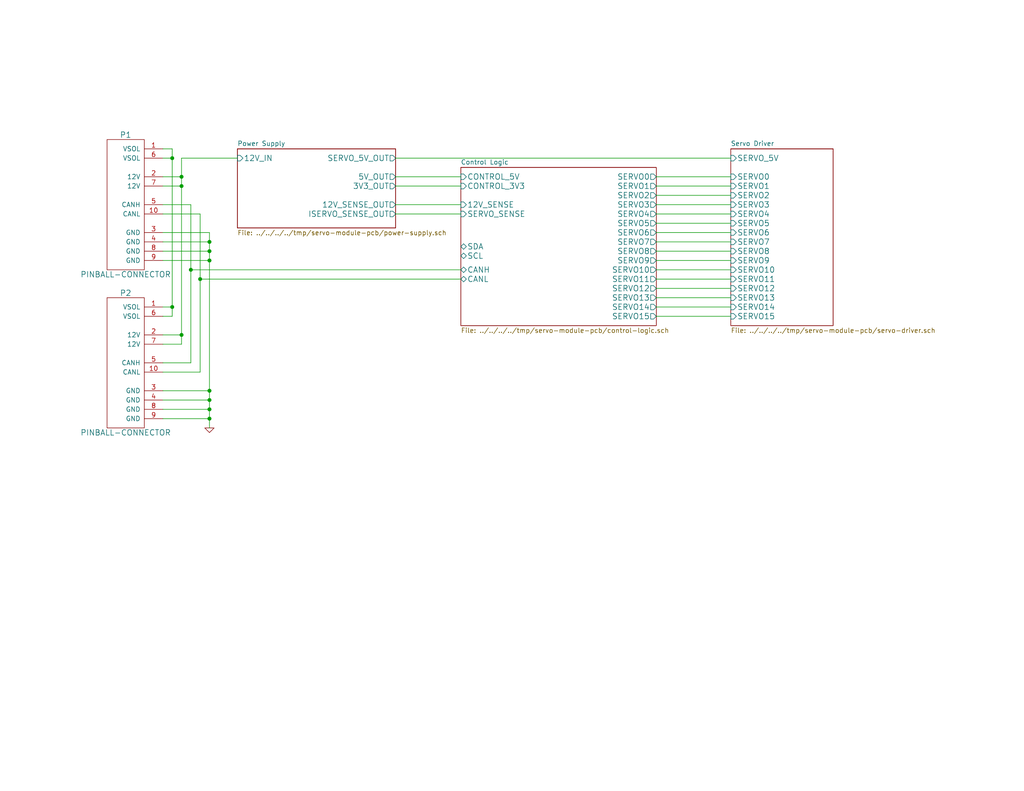
<source format=kicad_sch>
(kicad_sch (version 20230121) (generator eeschema)
  (paper "USLetter")
  (title_block (title "DIYPinball Servo Module") (date "Sunday, June 07, 2015") (rev "1.0") (company "DIYPinball.ca"))
  (lib_symbols
    (symbol "diypinball-parts:PINBALL-CONNECTOR" (pin_names (offset 1.016))
      (property "Reference" "P" (at 0 19.05 0))
      (property "Value" "PINBALL-CONNECTOR" (at 0 -19.05 0))
      (symbol "PINBALL-CONNECTOR_0_1"
        (rectangle (start 5.08 17.78) (end -5.08 -17.78))
      )
      (symbol "PINBALL-CONNECTOR_1_1"
        (pin power_in line (at 10.16 15.24 180) (length 5.08) (name "VSOL") (number "1"))
        (pin bidirectional line (at 10.16 -2.54 180) (length 5.08) (name "CANL") (number "10"))
        (pin power_in line (at 10.16 7.62 180) (length 5.08) (name "12V") (number "2"))
        (pin power_in line (at 10.16 -7.62 180) (length 5.08) (name "GND") (number "3"))
        (pin power_in line (at 10.16 -10.16 180) (length 5.08) (name "GND") (number "4"))
        (pin bidirectional line (at 10.16 0 180) (length 5.08) (name "CANH") (number "5"))
        (pin power_in line (at 10.16 12.7 180) (length 5.08) (name "VSOL") (number "6"))
        (pin power_in line (at 10.16 5.08 180) (length 5.08) (name "12V") (number "7"))
        (pin power_in line (at 10.16 -12.7 180) (length 5.08) (name "GND") (number "8"))
        (pin power_in line (at 10.16 -15.24 180) (length 5.08) (name "GND") (number "9"))
      )
    )
    (symbol "servo-module-pcb-v1-rescue:GND-RESCUE-servo-module-pcb-v1" (power) (pin_names (offset 0))
      (symbol "GND-RESCUE-servo-module-pcb-v1_0_1"
        (polyline (pts (xy -1.27 0) (xy 0 -1.27) (xy 1.27 0) (xy -1.27 0)))
      )
      (symbol "GND-RESCUE-servo-module-pcb-v1_1_1"
        (pin power_in line (at 0 0 90) (length 0) hide (name "GND") (number "1"))
      )
    )
  )
  (junction (at 52.07 73.66))
  (junction (at 57.15 106.68))
  (junction (at 57.15 71.12))
  (junction (at 46.99 83.82))
  (junction (at 49.53 50.8))
  (junction (at 49.53 91.44))
  (junction (at 49.53 48.26))
  (junction (at 57.15 66.04))
  (junction (at 57.15 109.22))
  (junction (at 54.61 76.2))
  (junction (at 57.15 114.3))
  (junction (at 46.99 43.18))
  (junction (at 57.15 111.76))
  (junction (at 57.15 68.58))
  (wire (pts (xy 54.61 76.2) (xy 54.61 101.6)))
  (wire (pts (xy 179.07 83.82) (xy 199.39 83.82)))
  (wire (pts (xy 46.99 40.64) (xy 46.99 43.18)))
  (wire (pts (xy 199.39 86.36) (xy 179.07 86.36)))
  (wire (pts (xy 199.39 76.2) (xy 179.07 76.2)))
  (wire (pts (xy 54.61 58.42) (xy 54.61 76.2)))
  (wire (pts (xy 179.07 50.8) (xy 199.39 50.8)))
  (wire (pts (xy 57.15 71.12) (xy 57.15 106.68)))
  (wire (pts (xy 44.45 109.22) (xy 57.15 109.22)))
  (wire (pts (xy 125.73 58.42) (xy 107.95 58.42)))
  (wire (pts (xy 57.15 63.5) (xy 44.45 63.5)))
  (wire (pts (xy 49.53 43.18) (xy 49.53 48.26)))
  (wire (pts (xy 107.95 43.18) (xy 199.39 43.18)))
  (wire (pts (xy 54.61 101.6) (xy 44.45 101.6)))
  (wire (pts (xy 179.07 60.96) (xy 199.39 60.96)))
  (wire (pts (xy 44.45 66.04) (xy 57.15 66.04)))
  (wire (pts (xy 49.53 91.44) (xy 49.53 93.98)))
  (wire (pts (xy 44.45 83.82) (xy 46.99 83.82)))
  (wire (pts (xy 199.39 66.04) (xy 179.07 66.04)))
  (wire (pts (xy 52.07 55.88) (xy 52.07 73.66)))
  (wire (pts (xy 179.07 73.66) (xy 199.39 73.66)))
  (wire (pts (xy 44.45 40.64) (xy 46.99 40.64)))
  (wire (pts (xy 44.45 50.8) (xy 49.53 50.8)))
  (wire (pts (xy 52.07 73.66) (xy 125.73 73.66)))
  (wire (pts (xy 179.07 68.58) (xy 199.39 68.58)))
  (wire (pts (xy 199.39 58.42) (xy 179.07 58.42)))
  (wire (pts (xy 179.07 63.5) (xy 199.39 63.5)))
  (wire (pts (xy 54.61 58.42) (xy 44.45 58.42)))
  (wire (pts (xy 107.95 48.26) (xy 125.73 48.26)))
  (wire (pts (xy 107.95 50.8) (xy 125.73 50.8)))
  (wire (pts (xy 46.99 43.18) (xy 46.99 83.82)))
  (wire (pts (xy 179.07 55.88) (xy 199.39 55.88)))
  (wire (pts (xy 57.15 66.04) (xy 57.15 68.58)))
  (wire (pts (xy 49.53 48.26) (xy 49.53 50.8)))
  (wire (pts (xy 49.53 91.44) (xy 44.45 91.44)))
  (wire (pts (xy 49.53 50.8) (xy 49.53 91.44)))
  (wire (pts (xy 57.15 106.68) (xy 57.15 109.22)))
  (wire (pts (xy 44.45 71.12) (xy 57.15 71.12)))
  (wire (pts (xy 49.53 43.18) (xy 64.77 43.18)))
  (wire (pts (xy 57.15 63.5) (xy 57.15 66.04)))
  (wire (pts (xy 52.07 99.06) (xy 44.45 99.06)))
  (wire (pts (xy 44.45 114.3) (xy 57.15 114.3)))
  (wire (pts (xy 199.39 71.12) (xy 179.07 71.12)))
  (wire (pts (xy 44.45 43.18) (xy 46.99 43.18)))
  (wire (pts (xy 49.53 48.26) (xy 44.45 48.26)))
  (wire (pts (xy 52.07 73.66) (xy 52.07 99.06)))
  (wire (pts (xy 107.95 55.88) (xy 125.73 55.88)))
  (wire (pts (xy 57.15 114.3) (xy 57.15 116.84)))
  (wire (pts (xy 57.15 68.58) (xy 57.15 71.12)))
  (wire (pts (xy 44.45 55.88) (xy 52.07 55.88)))
  (wire (pts (xy 199.39 53.34) (xy 179.07 53.34)))
  (wire (pts (xy 199.39 48.26) (xy 179.07 48.26)))
  (wire (pts (xy 44.45 111.76) (xy 57.15 111.76)))
  (wire (pts (xy 44.45 106.68) (xy 57.15 106.68)))
  (wire (pts (xy 57.15 111.76) (xy 57.15 114.3)))
  (wire (pts (xy 49.53 93.98) (xy 44.45 93.98)))
  (wire (pts (xy 44.45 68.58) (xy 57.15 68.58)))
  (wire (pts (xy 179.07 78.74) (xy 199.39 78.74)))
  (wire (pts (xy 199.39 81.28) (xy 179.07 81.28)))
  (wire (pts (xy 54.61 76.2) (xy 125.73 76.2)))
  (wire (pts (xy 46.99 83.82) (xy 46.99 86.36)))
  (wire (pts (xy 57.15 109.22) (xy 57.15 111.76)))
  (wire (pts (xy 46.99 86.36) (xy 44.45 86.36)))
  (symbol (lib_id "servo-module-pcb-v1-rescue:GND-RESCUE-servo-module-pcb-v1") (at 57.15 116.84 0) (unit 1)
    (property "Reference" "#PWR1" (effects hide))
    (property "Value" "GND" (effects hide))
  )
  (symbol (lib_id "diypinball-parts:PINBALL-CONNECTOR") (at 34.29 55.88 0) (unit 1)
    (property "Reference" "P1" (at 34.29 36.83 0) (effects (font (size 1.524 1.524))))
    (property "Value" "PINBALL-CONNECTOR" (at 34.29 74.93 0) (effects (font (size 1.524 1.524))))
    (property "Footprint" "PinballParts:PINBALL-CONNECTOR-V" (effects hide))
  )
  (symbol (lib_id "diypinball-parts:PINBALL-CONNECTOR") (at 34.29 99.06 0) (unit 1)
    (property "Reference" "P2" (at 34.29 80.01 0) (effects (font (size 1.524 1.524))))
    (property "Value" "PINBALL-CONNECTOR" (at 34.29 118.11 0) (effects (font (size 1.524 1.524))))
    (property "Footprint" "PinballParts:PINBALL-CONNECTOR-V" (effects hide))
  )
  (sheet (at 64.77 40.64) (size 43.18 21.59)
    (property "Sheetname" "Power Supply" (at 64.77 39.9284 0) (effects (justify left bottom)))
    (property "Sheetfile" "../../../../tmp/servo-module-pcb/power-supply.sch" (at 64.77 62.8146 0) (effects (justify left top)))
    (pin "12V_IN" input (at 64.77 43.18 180) (effects (font (size 1.524 1.524))))
    (pin "5V_OUT" output (at 107.95 48.26 0) (effects (font (size 1.524 1.524))))
    (pin "3V3_OUT" output (at 107.95 50.8 0) (effects (font (size 1.524 1.524))))
    (pin "12V_SENSE_OUT" output (at 107.95 55.88 0) (effects (font (size 1.524 1.524))))
    (pin "ISERVO_SENSE_OUT" output (at 107.95 58.42 0) (effects (font (size 1.524 1.524))))
    (pin "SERVO_5V_OUT" output (at 107.95 43.18 0) (effects (font (size 1.524 1.524))))
  )
  (sheet (at 199.39 40.64) (size 27.94 48.26)
    (property "Sheetname" "Servo Driver" (at 199.39 39.9284 0) (effects (justify left bottom)))
    (property "Sheetfile" "../../../../tmp/servo-module-pcb/servo-driver.sch" (at 199.39 89.4846 0) (effects (justify left top)))
    (pin "SERVO_5V" input (at 199.39 43.18 180) (effects (font (size 1.524 1.524))))
    (pin "SERVO3" input (at 199.39 55.88 180) (effects (font (size 1.524 1.524))))
    (pin "SERVO2" input (at 199.39 53.34 180) (effects (font (size 1.524 1.524))))
    (pin "SERVO1" input (at 199.39 50.8 180) (effects (font (size 1.524 1.524))))
    (pin "SERVO0" input (at 199.39 48.26 180) (effects (font (size 1.524 1.524))))
    (pin "SERVO4" input (at 199.39 58.42 180) (effects (font (size 1.524 1.524))))
    (pin "SERVO5" input (at 199.39 60.96 180) (effects (font (size 1.524 1.524))))
    (pin "SERVO6" input (at 199.39 63.5 180) (effects (font (size 1.524 1.524))))
    (pin "SERVO7" input (at 199.39 66.04 180) (effects (font (size 1.524 1.524))))
    (pin "SERVO11" input (at 199.39 76.2 180) (effects (font (size 1.524 1.524))))
    (pin "SERVO10" input (at 199.39 73.66 180) (effects (font (size 1.524 1.524))))
    (pin "SERVO9" input (at 199.39 71.12 180) (effects (font (size 1.524 1.524))))
    (pin "SERVO8" input (at 199.39 68.58 180) (effects (font (size 1.524 1.524))))
    (pin "SERVO12" input (at 199.39 78.74 180) (effects (font (size 1.524 1.524))))
    (pin "SERVO13" input (at 199.39 81.28 180) (effects (font (size 1.524 1.524))))
    (pin "SERVO14" input (at 199.39 83.82 180) (effects (font (size 1.524 1.524))))
    (pin "SERVO15" input (at 199.39 86.36 180) (effects (font (size 1.524 1.524))))
  )
  (sheet (at 125.73 45.72) (size 53.34 43.18)
    (property "Sheetname" "Control Logic" (at 125.73 45.0084 0) (effects (justify left bottom)))
    (property "Sheetfile" "../../../../tmp/servo-module-pcb/control-logic.sch" (at 125.73 89.4846 0) (effects (justify left top)))
    (pin "12V_SENSE" input (at 125.73 55.88 180) (effects (font (size 1.524 1.524))))
    (pin "CONTROL_5V" input (at 125.73 48.26 180) (effects (font (size 1.524 1.524))))
    (pin "CONTROL_3V3" input (at 125.73 50.8 180) (effects (font (size 1.524 1.524))))
    (pin "CANH" bidirectional (at 125.73 73.66 180) (effects (font (size 1.524 1.524))))
    (pin "CANL" bidirectional (at 125.73 76.2 180) (effects (font (size 1.524 1.524))))
    (pin "SDA" bidirectional (at 125.73 67.31 180) (effects (font (size 1.524 1.524))))
    (pin "SCL" bidirectional (at 125.73 69.85 180) (effects (font (size 1.524 1.524))))
    (pin "SERVO0" output (at 179.07 48.26 0) (effects (font (size 1.524 1.524))))
    (pin "SERVO1" output (at 179.07 50.8 0) (effects (font (size 1.524 1.524))))
    (pin "SERVO2" output (at 179.07 53.34 0) (effects (font (size 1.524 1.524))))
    (pin "SERVO3" output (at 179.07 55.88 0) (effects (font (size 1.524 1.524))))
    (pin "SERVO4" output (at 179.07 58.42 0) (effects (font (size 1.524 1.524))))
    (pin "SERVO5" output (at 179.07 60.96 0) (effects (font (size 1.524 1.524))))
    (pin "SERVO6" output (at 179.07 63.5 0) (effects (font (size 1.524 1.524))))
    (pin "SERVO7" output (at 179.07 66.04 0) (effects (font (size 1.524 1.524))))
    (pin "SERVO_SENSE" input (at 125.73 58.42 180) (effects (font (size 1.524 1.524))))
    (pin "SERVO8" output (at 179.07 68.58 0) (effects (font (size 1.524 1.524))))
    (pin "SERVO9" output (at 179.07 71.12 0) (effects (font (size 1.524 1.524))))
    (pin "SERVO10" output (at 179.07 73.66 0) (effects (font (size 1.524 1.524))))
    (pin "SERVO11" output (at 179.07 76.2 0) (effects (font (size 1.524 1.524))))
    (pin "SERVO12" output (at 179.07 78.74 0) (effects (font (size 1.524 1.524))))
    (pin "SERVO13" output (at 179.07 81.28 0) (effects (font (size 1.524 1.524))))
    (pin "SERVO14" output (at 179.07 83.82 0) (effects (font (size 1.524 1.524))))
    (pin "SERVO15" output (at 179.07 86.36 0) (effects (font (size 1.524 1.524))))
  )
)
</source>
